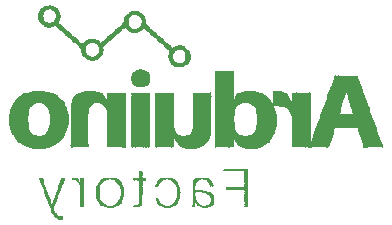
<source format=gbo>
G04*
G04 #@! TF.GenerationSoftware,Altium Limited,Altium Designer,24.2.2 (26)*
G04*
G04 Layer_Color=32896*
%FSLAX44Y44*%
%MOMM*%
G71*
G04*
G04 #@! TF.SameCoordinates,EC8B54CE-386E-4826-8866-03C4CD91BE24*
G04*
G04*
G04 #@! TF.FilePolarity,Positive*
G04*
G01*
G75*
G36*
X643809Y1238731D02*
X646777D01*
Y1237989D01*
X648261D01*
Y1237247D01*
X649003D01*
Y1236505D01*
X649745D01*
Y1235763D01*
X650487D01*
Y1235021D01*
X651229D01*
Y1233537D01*
X651971D01*
Y1231311D01*
X652713D01*
Y1228343D01*
X651971D01*
Y1226117D01*
X651229D01*
Y1223149D01*
X652713D01*
Y1222407D01*
X653455D01*
Y1221665D01*
X654197D01*
Y1220923D01*
X654939D01*
Y1220181D01*
X655681D01*
Y1219439D01*
X656423D01*
Y1218697D01*
X657165D01*
Y1217955D01*
X657907D01*
Y1217213D01*
X659391D01*
Y1216471D01*
X660133D01*
Y1215729D01*
X660875D01*
Y1214987D01*
X661617D01*
Y1214245D01*
X662359D01*
Y1213503D01*
X663101D01*
Y1212761D01*
X663843D01*
Y1212019D01*
X665327D01*
Y1211277D01*
X666069D01*
Y1210535D01*
X666811D01*
Y1209793D01*
X667553D01*
Y1209051D01*
X668295D01*
Y1208309D01*
X669037D01*
Y1207567D01*
X669779D01*
Y1206825D01*
X671263D01*
Y1207567D01*
X672005D01*
Y1208309D01*
X672747D01*
Y1209051D01*
X674231D01*
Y1209793D01*
X675715D01*
Y1210535D01*
X682393D01*
Y1209793D01*
X684619D01*
Y1209051D01*
X685361D01*
Y1208309D01*
X686103D01*
Y1207567D01*
X686845D01*
Y1208309D01*
X687587D01*
Y1209051D01*
X689071D01*
Y1209793D01*
X689813D01*
Y1210535D01*
X690555D01*
Y1211277D01*
X691297D01*
Y1212019D01*
X692039D01*
Y1212761D01*
X692781D01*
Y1213503D01*
X693523D01*
Y1214245D01*
X694265D01*
Y1214987D01*
X695749D01*
Y1215729D01*
X696491D01*
Y1216471D01*
X697233D01*
Y1217213D01*
X697975D01*
Y1217955D01*
X698717D01*
Y1218697D01*
X699459D01*
Y1219439D01*
X700201D01*
Y1220181D01*
X700943D01*
Y1220923D01*
X702427D01*
Y1221665D01*
X703169D01*
Y1222407D01*
X703911D01*
Y1223149D01*
X704653D01*
Y1223891D01*
X705395D01*
Y1224633D01*
X706137D01*
Y1229085D01*
X706879D01*
Y1229827D01*
X707621D01*
Y1231311D01*
X708363D01*
Y1232053D01*
X709847D01*
Y1232795D01*
X710589D01*
Y1233537D01*
X712073D01*
Y1234279D01*
X718751D01*
Y1233537D01*
X719492D01*
Y1232795D01*
X720976D01*
Y1232053D01*
X721719D01*
Y1231311D01*
X722460D01*
Y1230569D01*
X723203D01*
Y1229827D01*
X723944D01*
Y1227601D01*
X724686D01*
Y1223149D01*
X725428D01*
Y1222407D01*
X726170D01*
Y1221665D01*
X726912D01*
Y1220923D01*
X727654D01*
Y1220181D01*
X728396D01*
Y1219439D01*
X729138D01*
Y1218697D01*
X729880D01*
Y1217955D01*
X730622D01*
Y1217213D01*
X731364D01*
Y1216471D01*
X732848D01*
Y1215729D01*
X733590D01*
Y1214987D01*
X734332D01*
Y1214245D01*
X735074D01*
Y1213503D01*
X735816D01*
Y1212761D01*
X736558D01*
Y1212019D01*
X737300D01*
Y1211277D01*
X738784D01*
Y1210535D01*
X739526D01*
Y1209793D01*
X740268D01*
Y1209051D01*
X741010D01*
Y1208309D01*
X741752D01*
Y1207567D01*
X742494D01*
Y1206825D01*
X743236D01*
Y1206083D01*
X743978D01*
Y1205341D01*
X745462D01*
Y1204599D01*
X746204D01*
Y1203857D01*
X746946D01*
Y1203115D01*
X747688D01*
Y1203857D01*
X749172D01*
Y1204599D01*
X751398D01*
Y1205341D01*
X755108D01*
Y1204599D01*
X757334D01*
Y1203857D01*
X758076D01*
Y1203115D01*
X758818D01*
Y1202373D01*
X759560D01*
Y1201631D01*
X760302D01*
Y1200889D01*
X761044D01*
Y1200147D01*
X761786D01*
Y1197921D01*
X762528D01*
Y1192727D01*
X761786D01*
Y1191243D01*
X761044D01*
Y1189759D01*
X760302D01*
Y1189017D01*
X759560D01*
Y1188275D01*
X758076D01*
Y1187533D01*
X756592D01*
Y1186791D01*
X748430D01*
Y1187533D01*
X747688D01*
Y1188275D01*
X746204D01*
Y1189759D01*
X745462D01*
Y1190501D01*
X744720D01*
Y1191985D01*
X743978D01*
Y1194211D01*
X743236D01*
Y1197179D01*
X743978D01*
Y1200889D01*
X743236D01*
Y1201631D01*
X742494D01*
Y1202373D01*
X741752D01*
Y1203115D01*
X741010D01*
Y1203857D01*
X740268D01*
Y1204599D01*
X739526D01*
Y1205341D01*
X738784D01*
Y1206083D01*
X737300D01*
Y1206825D01*
X736558D01*
Y1207567D01*
X735816D01*
Y1208309D01*
X735074D01*
Y1209051D01*
X734332D01*
Y1209793D01*
X733590D01*
Y1210535D01*
X732848D01*
Y1211277D01*
X731364D01*
Y1212019D01*
X730622D01*
Y1212761D01*
X729880D01*
Y1213503D01*
X729138D01*
Y1214245D01*
X728396D01*
Y1214987D01*
X727654D01*
Y1215729D01*
X726912D01*
Y1216471D01*
X725428D01*
Y1217213D01*
X724686D01*
Y1217955D01*
X723944D01*
Y1218697D01*
X723203D01*
Y1219439D01*
X722460D01*
Y1218697D01*
X721719D01*
Y1217955D01*
X720976D01*
Y1217213D01*
X719492D01*
Y1216471D01*
X718008D01*
Y1215729D01*
X712073D01*
Y1216471D01*
X710589D01*
Y1217213D01*
X709105D01*
Y1217955D01*
X708363D01*
Y1218697D01*
X707621D01*
Y1220181D01*
X706879D01*
Y1219439D01*
X705395D01*
Y1218697D01*
X704653D01*
Y1217955D01*
X703911D01*
Y1217213D01*
X703169D01*
Y1216471D01*
X702427D01*
Y1215729D01*
X701685D01*
Y1214987D01*
X700201D01*
Y1214245D01*
X699459D01*
Y1213503D01*
X698717D01*
Y1212761D01*
X697975D01*
Y1212019D01*
X697233D01*
Y1211277D01*
X696491D01*
Y1210535D01*
X695749D01*
Y1209793D01*
X695007D01*
Y1209051D01*
X693523D01*
Y1208309D01*
X692781D01*
Y1207567D01*
X692039D01*
Y1206825D01*
X691297D01*
Y1206083D01*
X690555D01*
Y1205341D01*
X689813D01*
Y1204599D01*
X689071D01*
Y1203857D01*
X688329D01*
Y1202373D01*
X689071D01*
Y1200147D01*
X688329D01*
Y1197179D01*
X687587D01*
Y1196437D01*
X686845D01*
Y1194953D01*
X686103D01*
Y1194211D01*
X684619D01*
Y1193469D01*
X683877D01*
Y1192727D01*
X681651D01*
Y1191985D01*
X677199D01*
Y1192727D01*
X674973D01*
Y1193469D01*
X673489D01*
Y1194211D01*
X672747D01*
Y1194953D01*
X672005D01*
Y1195695D01*
X671263D01*
Y1196437D01*
X670521D01*
Y1198663D01*
X669779D01*
Y1202373D01*
X669037D01*
Y1203115D01*
X668295D01*
Y1203857D01*
X667553D01*
Y1204599D01*
X666811D01*
Y1205341D01*
X666069D01*
Y1206083D01*
X665327D01*
Y1206825D01*
X663843D01*
Y1207567D01*
X663101D01*
Y1208309D01*
X662359D01*
Y1209051D01*
X661617D01*
Y1209793D01*
X660875D01*
Y1210535D01*
X660133D01*
Y1211277D01*
X658649D01*
Y1212019D01*
X657907D01*
Y1212761D01*
X657165D01*
Y1213503D01*
X656423D01*
Y1214245D01*
X655681D01*
Y1214987D01*
X654939D01*
Y1215729D01*
X654197D01*
Y1216471D01*
X653455D01*
Y1217213D01*
X651971D01*
Y1217955D01*
X651229D01*
Y1218697D01*
X650487D01*
Y1219439D01*
X649745D01*
Y1220181D01*
X649003D01*
Y1220923D01*
X648261D01*
Y1221665D01*
X646777D01*
Y1220923D01*
X644551D01*
Y1220181D01*
X640841D01*
Y1220923D01*
X638615D01*
Y1221665D01*
X637873D01*
Y1222407D01*
X636390D01*
Y1223149D01*
X635648D01*
Y1223891D01*
X634906D01*
Y1225375D01*
X634164D01*
Y1226859D01*
X633422D01*
Y1232795D01*
X634164D01*
Y1234279D01*
X634906D01*
Y1235763D01*
X635648D01*
Y1236505D01*
X636390D01*
Y1237247D01*
X637132D01*
Y1237989D01*
X638615D01*
Y1238731D01*
X642325D01*
Y1239473D01*
X643809D01*
Y1238731D01*
D02*
G37*
G36*
X720976Y1184565D02*
X723944D01*
Y1183823D01*
X725428D01*
Y1183081D01*
X726170D01*
Y1182339D01*
X726912D01*
Y1180855D01*
X727654D01*
Y1179371D01*
X728396D01*
Y1174920D01*
X727654D01*
Y1173436D01*
X726912D01*
Y1171952D01*
X726170D01*
Y1171209D01*
X724686D01*
Y1170468D01*
X723944D01*
Y1169726D01*
X716525D01*
Y1170468D01*
X715041D01*
Y1171209D01*
X714299D01*
Y1171952D01*
X713557D01*
Y1172693D01*
X712815D01*
Y1174920D01*
X712073D01*
Y1179371D01*
X712815D01*
Y1181597D01*
X713557D01*
Y1182339D01*
X714299D01*
Y1183081D01*
X715041D01*
Y1183823D01*
X716525D01*
Y1184565D01*
X718751D01*
Y1185307D01*
X720976D01*
Y1184565D01*
D02*
G37*
G36*
X779594Y1162306D02*
X780336D01*
Y1161564D01*
X779594D01*
Y1128174D01*
X778852D01*
Y1125948D01*
X778110D01*
Y1124464D01*
X777368D01*
Y1123722D01*
X776626D01*
Y1122980D01*
X775884D01*
Y1122238D01*
X775142D01*
Y1121496D01*
X774400D01*
Y1120754D01*
X773658D01*
Y1120012D01*
X772174D01*
Y1119270D01*
X769948D01*
Y1118528D01*
X767722D01*
Y1117786D01*
X758076D01*
Y1118528D01*
X755108D01*
Y1119270D01*
X753624D01*
Y1120012D01*
X752882D01*
Y1120754D01*
X752140D01*
Y1121496D01*
X751398D01*
Y1122238D01*
X750656D01*
Y1123722D01*
X749914D01*
Y1124464D01*
X749172D01*
Y1125948D01*
X748430D01*
Y1119270D01*
X746946D01*
Y1118528D01*
X746204D01*
Y1119270D01*
X733590D01*
Y1118528D01*
X732848D01*
Y1119270D01*
X732106D01*
Y1165274D01*
X748430D01*
Y1134852D01*
X749172D01*
Y1132626D01*
X749914D01*
Y1131142D01*
X750656D01*
Y1130400D01*
X751398D01*
Y1129658D01*
X752140D01*
Y1128916D01*
X754366D01*
Y1128174D01*
X758818D01*
Y1128916D01*
X760302D01*
Y1129658D01*
X761786D01*
Y1130400D01*
X762528D01*
Y1131884D01*
X763270D01*
Y1134110D01*
X764012D01*
Y1165274D01*
X778852D01*
Y1166016D01*
X779594D01*
Y1162306D01*
D02*
G37*
G36*
X798886Y1160080D02*
X799628D01*
Y1160822D01*
X800369D01*
Y1162306D01*
X801112D01*
Y1163790D01*
X801853D01*
Y1164532D01*
X802596D01*
Y1165274D01*
X804821D01*
Y1166016D01*
X807790D01*
Y1166758D01*
X817435D01*
Y1166016D01*
X820403D01*
Y1165274D01*
X822629D01*
Y1164532D01*
X824113D01*
Y1163790D01*
X824855D01*
Y1163048D01*
X826339D01*
Y1162306D01*
X827081D01*
Y1161564D01*
X827823D01*
Y1160822D01*
X828565D01*
Y1160080D01*
X829307D01*
Y1159338D01*
X830049D01*
Y1158596D01*
X830791D01*
Y1157112D01*
X831533D01*
Y1156370D01*
X832275D01*
Y1166758D01*
X839695D01*
Y1166016D01*
X841179D01*
Y1165274D01*
X842663D01*
Y1164532D01*
X844147D01*
Y1163790D01*
X844889D01*
Y1162306D01*
X845631D01*
Y1160822D01*
X846373D01*
Y1159338D01*
X847115D01*
Y1157854D01*
X847857D01*
Y1157112D01*
X848599D01*
Y1165274D01*
X851567D01*
Y1166016D01*
X852309D01*
Y1165274D01*
X862697D01*
Y1166016D01*
X863439D01*
Y1165274D01*
X864181D01*
Y1124464D01*
X864923D01*
Y1126690D01*
X865665D01*
Y1128916D01*
X866407D01*
Y1130400D01*
X867149D01*
Y1132626D01*
X867891D01*
Y1134852D01*
X868633D01*
Y1137078D01*
X869375D01*
Y1139304D01*
X870117D01*
Y1141530D01*
X870859D01*
Y1143014D01*
X871601D01*
Y1145240D01*
X872343D01*
Y1146724D01*
X873085D01*
Y1148950D01*
X873827D01*
Y1151176D01*
X874569D01*
Y1153402D01*
X875311D01*
Y1154886D01*
X876053D01*
Y1157112D01*
X876795D01*
Y1159338D01*
X877537D01*
Y1161564D01*
X878279D01*
Y1163790D01*
X879021D01*
Y1166016D01*
X879763D01*
Y1167500D01*
X880505D01*
Y1169726D01*
X881247D01*
Y1171209D01*
X881989D01*
Y1173436D01*
X882731D01*
Y1175661D01*
X883473D01*
Y1177887D01*
X884215D01*
Y1179371D01*
X884957D01*
Y1180113D01*
X885698D01*
Y1179371D01*
X887182D01*
Y1180113D01*
X887924D01*
Y1179371D01*
X904248D01*
Y1177145D01*
X904990D01*
Y1174920D01*
X905732D01*
Y1172693D01*
X906474D01*
Y1170468D01*
X907216D01*
Y1168242D01*
X907958D01*
Y1166758D01*
X908700D01*
Y1164532D01*
X909442D01*
Y1163048D01*
X910184D01*
Y1160822D01*
X910926D01*
Y1158596D01*
X911668D01*
Y1156370D01*
X912410D01*
Y1154144D01*
X913152D01*
Y1152660D01*
X913894D01*
Y1149692D01*
X914636D01*
Y1148208D01*
X915378D01*
Y1145982D01*
X916120D01*
Y1143756D01*
X916862D01*
Y1142272D01*
X917604D01*
Y1140046D01*
X918346D01*
Y1137820D01*
X919088D01*
Y1136336D01*
X919830D01*
Y1134110D01*
X920572D01*
Y1131884D01*
X921314D01*
Y1129658D01*
X922056D01*
Y1127432D01*
X922798D01*
Y1125206D01*
X923540D01*
Y1123722D01*
X924282D01*
Y1121496D01*
X925024D01*
Y1118528D01*
X924282D01*
Y1119270D01*
X912410D01*
Y1118528D01*
X908700D01*
Y1120012D01*
X907958D01*
Y1122238D01*
X907216D01*
Y1125206D01*
X906474D01*
Y1127432D01*
X905732D01*
Y1129658D01*
X904990D01*
Y1131884D01*
X904248D01*
Y1134852D01*
X884957D01*
Y1134110D01*
X884215D01*
Y1131884D01*
X883473D01*
Y1129658D01*
X882731D01*
Y1126690D01*
X881989D01*
Y1124464D01*
X881247D01*
Y1122238D01*
X880505D01*
Y1120012D01*
X879763D01*
Y1119270D01*
X879021D01*
Y1118528D01*
X876795D01*
Y1119270D01*
X864923D01*
Y1118528D01*
X861955D01*
Y1119270D01*
X859729D01*
Y1118528D01*
X858987D01*
Y1119270D01*
X848599D01*
Y1140788D01*
X847857D01*
Y1145240D01*
X847115D01*
Y1147466D01*
X846373D01*
Y1148950D01*
X845631D01*
Y1150434D01*
X844889D01*
Y1151176D01*
X844147D01*
Y1151918D01*
X842663D01*
Y1152660D01*
X841179D01*
Y1153402D01*
X837469D01*
Y1154144D01*
X833017D01*
Y1151918D01*
X833759D01*
Y1149692D01*
X834501D01*
Y1146724D01*
X835243D01*
Y1136336D01*
X834501D01*
Y1133368D01*
X833759D01*
Y1130400D01*
X833017D01*
Y1128916D01*
X832275D01*
Y1127432D01*
X831533D01*
Y1125948D01*
X830791D01*
Y1125206D01*
X830049D01*
Y1123722D01*
X829307D01*
Y1122980D01*
X828565D01*
Y1122238D01*
X827081D01*
Y1121496D01*
X826339D01*
Y1120754D01*
X824855D01*
Y1120012D01*
X823371D01*
Y1119270D01*
X821887D01*
Y1118528D01*
X819661D01*
Y1117786D01*
X808531D01*
Y1118528D01*
X806305D01*
Y1119270D01*
X804080D01*
Y1120012D01*
X802596D01*
Y1120754D01*
X801853D01*
Y1122238D01*
X801112D01*
Y1123722D01*
X800369D01*
Y1124464D01*
X799628D01*
Y1125206D01*
X798886D01*
Y1119270D01*
X795918D01*
Y1118528D01*
X793692D01*
Y1119270D01*
X784046D01*
Y1118528D01*
X783304D01*
Y1183823D01*
X798886D01*
Y1160080D01*
D02*
G37*
G36*
X727654Y1163790D02*
X728396D01*
Y1163048D01*
X727654D01*
Y1129658D01*
Y1128916D01*
Y1119270D01*
X726912D01*
Y1118528D01*
X726170D01*
Y1119270D01*
X725428D01*
Y1118528D01*
X723944D01*
Y1119270D01*
X723203D01*
Y1118528D01*
X722460D01*
Y1119270D01*
X716525D01*
Y1118528D01*
X715041D01*
Y1119270D01*
X713557D01*
Y1118528D01*
X712815D01*
Y1119270D01*
X712073D01*
Y1162306D01*
X712815D01*
Y1163048D01*
X712073D01*
Y1165274D01*
X727654D01*
Y1163790D01*
D02*
G37*
G36*
X682393Y1166016D02*
X685361D01*
Y1165274D01*
X686845D01*
Y1164532D01*
X688329D01*
Y1163048D01*
X689071D01*
Y1162306D01*
X689813D01*
Y1160822D01*
X690555D01*
Y1160080D01*
X691297D01*
Y1159338D01*
X692039D01*
Y1165274D01*
X707621D01*
Y1118528D01*
X704653D01*
Y1119270D01*
X692039D01*
Y1147466D01*
X691297D01*
Y1150434D01*
X690555D01*
Y1151918D01*
X689813D01*
Y1153402D01*
X689071D01*
Y1154144D01*
X688329D01*
Y1154886D01*
X687587D01*
Y1155628D01*
X686103D01*
Y1156370D01*
X680909D01*
Y1155628D01*
X679425D01*
Y1154886D01*
X678683D01*
Y1154144D01*
X677941D01*
Y1153402D01*
X677199D01*
Y1151918D01*
X676457D01*
Y1147466D01*
X675715D01*
Y1121496D01*
X676457D01*
Y1119270D01*
X663101D01*
Y1118528D01*
X662359D01*
Y1119270D01*
X661617D01*
Y1118528D01*
X660875D01*
Y1120012D01*
X660133D01*
Y1120754D01*
X660875D01*
Y1156370D01*
X661617D01*
Y1158596D01*
X662359D01*
Y1160080D01*
X663101D01*
Y1161564D01*
X663843D01*
Y1162306D01*
X664585D01*
Y1163048D01*
X665327D01*
Y1163790D01*
X666811D01*
Y1164532D01*
X667553D01*
Y1165274D01*
X669779D01*
Y1166016D01*
X672005D01*
Y1166758D01*
X682393D01*
Y1166016D01*
D02*
G37*
G36*
X639357D02*
X643067D01*
Y1165274D01*
X645293D01*
Y1164532D01*
X646777D01*
Y1163790D01*
X648261D01*
Y1163048D01*
X649745D01*
Y1162306D01*
X650487D01*
Y1161564D01*
X651229D01*
Y1160822D01*
X651971D01*
Y1160080D01*
X652713D01*
Y1159338D01*
X653455D01*
Y1158596D01*
X654197D01*
Y1157854D01*
X654939D01*
Y1157112D01*
X655681D01*
Y1155628D01*
X656423D01*
Y1154144D01*
X657165D01*
Y1152660D01*
X657907D01*
Y1149692D01*
X658649D01*
Y1146724D01*
X659391D01*
Y1137820D01*
X658649D01*
Y1134852D01*
X657907D01*
Y1132626D01*
X657165D01*
Y1131142D01*
X656423D01*
Y1128916D01*
X655681D01*
Y1128174D01*
X654939D01*
Y1126690D01*
X654197D01*
Y1125948D01*
X653455D01*
Y1125206D01*
X652713D01*
Y1124464D01*
X651971D01*
Y1123722D01*
X651229D01*
Y1122980D01*
X650487D01*
Y1122238D01*
X649003D01*
Y1121496D01*
X648261D01*
Y1120754D01*
X646777D01*
Y1120012D01*
X645293D01*
Y1119270D01*
X643067D01*
Y1118528D01*
X640099D01*
Y1117786D01*
X628228D01*
Y1118528D01*
X625260D01*
Y1119270D01*
X623034D01*
Y1120012D01*
X621550D01*
Y1120754D01*
X620066D01*
Y1121496D01*
X618582D01*
Y1122238D01*
X617840D01*
Y1122980D01*
X616356D01*
Y1123722D01*
X615614D01*
Y1125206D01*
X614872D01*
Y1125948D01*
X614130D01*
Y1126690D01*
X613388D01*
Y1127432D01*
X612646D01*
Y1128916D01*
X611904D01*
Y1129658D01*
X611162D01*
Y1131142D01*
X610420D01*
Y1133368D01*
X609678D01*
Y1137078D01*
X608936D01*
Y1147466D01*
X609678D01*
Y1151176D01*
X610420D01*
Y1153402D01*
X611162D01*
Y1154886D01*
X611904D01*
Y1156370D01*
X612646D01*
Y1157112D01*
X613388D01*
Y1157854D01*
X614130D01*
Y1159338D01*
X614872D01*
Y1160080D01*
X615614D01*
Y1160822D01*
X616356D01*
Y1161564D01*
X617098D01*
Y1162306D01*
X618582D01*
Y1163048D01*
X619324D01*
Y1163790D01*
X620808D01*
Y1164532D01*
X622292D01*
Y1165274D01*
X625260D01*
Y1166016D01*
X628228D01*
Y1166758D01*
X639357D01*
Y1166016D01*
D02*
G37*
G36*
X672005Y1092559D02*
Y1068073D01*
X669037D01*
Y1086622D01*
X668295D01*
Y1088107D01*
X667553D01*
Y1088848D01*
X666811D01*
Y1089591D01*
X666069D01*
Y1090332D01*
X665327D01*
Y1091075D01*
X661617D01*
Y1093300D01*
X666069D01*
Y1092559D01*
X666811D01*
Y1091816D01*
X667553D01*
Y1091075D01*
X668295D01*
Y1089591D01*
X669037D01*
Y1092559D01*
X671263D01*
Y1093300D01*
X672005D01*
Y1092559D01*
D02*
G37*
G36*
X776626D02*
X778110D01*
Y1091816D01*
X778852D01*
Y1091075D01*
X779594D01*
Y1090332D01*
X780336D01*
Y1088848D01*
X781078D01*
Y1086622D01*
X781820D01*
Y1085881D01*
X781078D01*
Y1085139D01*
X780336D01*
Y1085881D01*
X779594D01*
Y1085139D01*
X778852D01*
Y1087365D01*
X778110D01*
Y1088848D01*
X777368D01*
Y1089591D01*
X776626D01*
Y1090332D01*
X775884D01*
Y1091075D01*
X772916D01*
Y1091816D01*
X771432D01*
Y1091075D01*
X769206D01*
Y1090332D01*
X768464D01*
Y1089591D01*
X767722D01*
Y1088848D01*
X766980D01*
Y1085881D01*
X766238D01*
Y1082913D01*
X772916D01*
Y1082171D01*
X776626D01*
Y1081429D01*
X778110D01*
Y1080687D01*
X779594D01*
Y1079945D01*
X780336D01*
Y1079203D01*
X781078D01*
Y1078461D01*
X781820D01*
Y1076977D01*
X782562D01*
Y1071783D01*
X781820D01*
Y1070299D01*
X781078D01*
Y1069557D01*
X780336D01*
Y1068815D01*
X779594D01*
Y1068073D01*
X777368D01*
Y1067331D01*
X772174D01*
Y1068073D01*
X769948D01*
Y1068815D01*
X769206D01*
Y1069557D01*
X767722D01*
Y1071041D01*
X766980D01*
Y1071783D01*
X766238D01*
Y1068073D01*
X763270D01*
Y1070299D01*
X764012D01*
Y1089591D01*
X764754D01*
Y1091075D01*
X765496D01*
Y1091816D01*
X766238D01*
Y1092559D01*
X768464D01*
Y1093300D01*
X776626D01*
Y1092559D01*
D02*
G37*
G36*
X655681Y1090332D02*
X654939D01*
Y1088107D01*
X654197D01*
Y1086622D01*
X653455D01*
Y1084397D01*
X652713D01*
Y1082171D01*
X651971D01*
Y1079945D01*
X651229D01*
Y1078461D01*
X650487D01*
Y1076235D01*
X649745D01*
Y1074751D01*
X649003D01*
Y1072525D01*
X648261D01*
Y1071041D01*
X647519D01*
Y1068815D01*
X646777D01*
Y1065105D01*
X647519D01*
Y1063621D01*
X648261D01*
Y1062879D01*
X649003D01*
Y1061395D01*
X650487D01*
Y1060653D01*
X654197D01*
Y1057685D01*
X650487D01*
Y1058427D01*
X649003D01*
Y1059169D01*
X647519D01*
Y1059911D01*
X646777D01*
Y1061395D01*
X646035D01*
Y1062137D01*
X645293D01*
Y1063621D01*
X644551D01*
Y1065847D01*
X643809D01*
Y1067331D01*
X643067D01*
Y1069557D01*
X642325D01*
Y1071041D01*
X641583D01*
Y1071783D01*
Y1073267D01*
X640841D01*
Y1074751D01*
X640099D01*
Y1076977D01*
X639357D01*
Y1079203D01*
X638615D01*
Y1081429D01*
X637873D01*
Y1083655D01*
X637132D01*
Y1085139D01*
X636390D01*
Y1086622D01*
X635648D01*
Y1088848D01*
X634906D01*
Y1091075D01*
X634164D01*
Y1093300D01*
X634906D01*
Y1092559D01*
X635648D01*
Y1093300D01*
X636390D01*
Y1092559D01*
X637132D01*
Y1091816D01*
X637873D01*
Y1089591D01*
X638615D01*
Y1087365D01*
X639357D01*
Y1085139D01*
X640099D01*
Y1082913D01*
X640841D01*
Y1080687D01*
X641583D01*
Y1078461D01*
X642325D01*
Y1076977D01*
X643067D01*
Y1074751D01*
X643809D01*
Y1072525D01*
X644551D01*
Y1071041D01*
X645293D01*
Y1071783D01*
X646035D01*
Y1074009D01*
X646777D01*
Y1076235D01*
X647519D01*
Y1078461D01*
X648261D01*
Y1080687D01*
X649003D01*
Y1082913D01*
X649745D01*
Y1085139D01*
X650487D01*
Y1086622D01*
X651229D01*
Y1088848D01*
X651971D01*
Y1091075D01*
X652713D01*
Y1092559D01*
X654939D01*
Y1093300D01*
X655681D01*
Y1090332D01*
D02*
G37*
G36*
X746204Y1092559D02*
X747688D01*
Y1091816D01*
X749172D01*
Y1091075D01*
X749914D01*
Y1090332D01*
X750656D01*
Y1089591D01*
X751398D01*
Y1088848D01*
X752140D01*
Y1087365D01*
X752882D01*
Y1085139D01*
X753624D01*
Y1081429D01*
X754366D01*
Y1079945D01*
X753624D01*
Y1074751D01*
X752882D01*
Y1073267D01*
X752140D01*
Y1071783D01*
X751398D01*
Y1071041D01*
X750656D01*
Y1070299D01*
X749914D01*
Y1069557D01*
X749172D01*
Y1068815D01*
X747688D01*
Y1068073D01*
X745462D01*
Y1067331D01*
X740268D01*
Y1068073D01*
X738042D01*
Y1068815D01*
X736558D01*
Y1069557D01*
X735816D01*
Y1070299D01*
X735074D01*
Y1071041D01*
X734332D01*
Y1071783D01*
X733590D01*
Y1073267D01*
X732848D01*
Y1076235D01*
X735074D01*
Y1075493D01*
X735816D01*
Y1073267D01*
X736558D01*
Y1071783D01*
X737300D01*
Y1071041D01*
X738784D01*
Y1070299D01*
X741010D01*
Y1069557D01*
X744720D01*
Y1070299D01*
X746946D01*
Y1071041D01*
X747688D01*
Y1071783D01*
X748430D01*
Y1072525D01*
X749172D01*
Y1074009D01*
X749914D01*
Y1076235D01*
X750656D01*
Y1081429D01*
Y1082171D01*
Y1085139D01*
X749914D01*
Y1087365D01*
X749172D01*
Y1088107D01*
X748430D01*
Y1088848D01*
X747688D01*
Y1089591D01*
X746946D01*
Y1090332D01*
X745462D01*
Y1091075D01*
X743236D01*
Y1091816D01*
X741752D01*
Y1091075D01*
X738784D01*
Y1090332D01*
X738042D01*
Y1089591D01*
X737300D01*
Y1088848D01*
X736558D01*
Y1088107D01*
X735816D01*
Y1085881D01*
X735074D01*
Y1085139D01*
X732106D01*
Y1086622D01*
X732848D01*
Y1088107D01*
X733590D01*
Y1089591D01*
X734332D01*
Y1090332D01*
X735074D01*
Y1091075D01*
X735816D01*
Y1091816D01*
X736558D01*
Y1092559D01*
X738784D01*
Y1093300D01*
X746204D01*
Y1092559D01*
D02*
G37*
G36*
X810757Y1068073D02*
X807790D01*
Y1069557D01*
X808531D01*
Y1070299D01*
X807790D01*
Y1071041D01*
X808531D01*
Y1072525D01*
X807790D01*
Y1079203D01*
X808531D01*
Y1079945D01*
X807790D01*
Y1081429D01*
X808531D01*
Y1082171D01*
X807790D01*
Y1082913D01*
X792208D01*
Y1085139D01*
X807790D01*
Y1088107D01*
X808531D01*
Y1088848D01*
X807790D01*
Y1098494D01*
X789982D01*
Y1099978D01*
X790724D01*
Y1100720D01*
X810757D01*
Y1068073D01*
D02*
G37*
G36*
X720976Y1097752D02*
X721719D01*
Y1094784D01*
X720976D01*
Y1094043D01*
X721719D01*
Y1092559D01*
X724686D01*
Y1090332D01*
X721719D01*
Y1085881D01*
X720976D01*
Y1085139D01*
X721719D01*
Y1078461D01*
X720976D01*
Y1068815D01*
X719492D01*
Y1068073D01*
X713557D01*
Y1069557D01*
X714299D01*
Y1070299D01*
X718008D01*
Y1071041D01*
X718751D01*
Y1090332D01*
X717266D01*
Y1091075D01*
X716525D01*
Y1090332D01*
X715782D01*
Y1091075D01*
X715041D01*
Y1090332D01*
X714299D01*
Y1091075D01*
X713557D01*
Y1092559D01*
X718751D01*
Y1096268D01*
Y1097010D01*
Y1098494D01*
X720976D01*
Y1097752D01*
D02*
G37*
G36*
X698717Y1092559D02*
X700201D01*
Y1091816D01*
X701685D01*
Y1091075D01*
X702427D01*
Y1090332D01*
X703169D01*
Y1089591D01*
X703911D01*
Y1088107D01*
X704653D01*
Y1086622D01*
X705395D01*
Y1085139D01*
X706137D01*
Y1076977D01*
X705395D01*
Y1074751D01*
Y1074009D01*
X704653D01*
Y1072525D01*
X703911D01*
Y1071041D01*
X702427D01*
Y1070299D01*
X701685D01*
Y1069557D01*
X700943D01*
Y1068815D01*
X699459D01*
Y1068073D01*
X697233D01*
Y1067331D01*
X691297D01*
Y1068073D01*
X689071D01*
Y1068815D01*
X687587D01*
Y1069557D01*
X686103D01*
Y1070299D01*
X685361D01*
Y1071041D01*
X684619D01*
Y1072525D01*
X683877D01*
Y1073267D01*
X683135D01*
Y1075493D01*
X682393D01*
Y1085881D01*
X683135D01*
Y1087365D01*
X683877D01*
Y1088848D01*
X684619D01*
Y1089591D01*
X685361D01*
Y1090332D01*
X686103D01*
Y1091075D01*
X686845D01*
Y1091816D01*
X688329D01*
Y1092559D01*
X689813D01*
Y1093300D01*
X698717D01*
Y1092559D01*
D02*
G37*
%LPC*%
G36*
X643809Y1235763D02*
X642325D01*
Y1235021D01*
X640099D01*
Y1234279D01*
X639357D01*
Y1233537D01*
X638615D01*
Y1232795D01*
X637873D01*
Y1231311D01*
X637132D01*
Y1229085D01*
X637873D01*
Y1226859D01*
X638615D01*
Y1226117D01*
X639357D01*
Y1225375D01*
X640099D01*
Y1224633D01*
X641583D01*
Y1223891D01*
X643809D01*
Y1224633D01*
X645293D01*
Y1225375D01*
X646777D01*
Y1226859D01*
X647519D01*
Y1228343D01*
X648261D01*
Y1232053D01*
X647519D01*
Y1233537D01*
X646777D01*
Y1234279D01*
X645293D01*
Y1235021D01*
X643809D01*
Y1235763D01*
D02*
G37*
G36*
X717266Y1230569D02*
X712815D01*
Y1229827D01*
X712073D01*
Y1229085D01*
X711331D01*
Y1228343D01*
X710589D01*
Y1226859D01*
X709847D01*
Y1223149D01*
X710589D01*
Y1221665D01*
X711331D01*
Y1220923D01*
X712073D01*
Y1220181D01*
X712815D01*
Y1219439D01*
X717266D01*
Y1220181D01*
X718751D01*
Y1220923D01*
X719492D01*
Y1221665D01*
X720235D01*
Y1223891D01*
X720976D01*
Y1226859D01*
X720235D01*
Y1228343D01*
X719492D01*
Y1229085D01*
X718751D01*
Y1229827D01*
X717266D01*
Y1230569D01*
D02*
G37*
G36*
X681651Y1206825D02*
X677199D01*
Y1206083D01*
X675715D01*
Y1205341D01*
X674973D01*
Y1204599D01*
X674231D01*
Y1201631D01*
X673489D01*
Y1200889D01*
X674231D01*
Y1198663D01*
X674973D01*
Y1197179D01*
X676457D01*
Y1196437D01*
X677941D01*
Y1195695D01*
X680909D01*
Y1196437D01*
X682393D01*
Y1197179D01*
X683135D01*
Y1197921D01*
X683877D01*
Y1198663D01*
X684619D01*
Y1203857D01*
X683877D01*
Y1205341D01*
X683135D01*
Y1206083D01*
X681651D01*
Y1206825D01*
D02*
G37*
G36*
X755850Y1200889D02*
X750656D01*
Y1200147D01*
X749172D01*
Y1198663D01*
X748430D01*
Y1197921D01*
X747688D01*
Y1193469D01*
X748430D01*
Y1191985D01*
X749172D01*
Y1191243D01*
X750656D01*
Y1190501D01*
X755850D01*
Y1191243D01*
X756592D01*
Y1191985D01*
X757334D01*
Y1192727D01*
X758076D01*
Y1198663D01*
X757334D01*
Y1199405D01*
X756592D01*
Y1200147D01*
X755850D01*
Y1200889D01*
D02*
G37*
G36*
X894603Y1165274D02*
X893860D01*
Y1163048D01*
X893119D01*
Y1160822D01*
X892376D01*
Y1158596D01*
X891635D01*
Y1156370D01*
X890892D01*
Y1153402D01*
X890151D01*
Y1151176D01*
X889408D01*
Y1148208D01*
X888667D01*
Y1146724D01*
X899796D01*
Y1148208D01*
X899054D01*
Y1151176D01*
X898312D01*
Y1153402D01*
X897570D01*
Y1156370D01*
X896828D01*
Y1158596D01*
X896086D01*
Y1160822D01*
X895344D01*
Y1163048D01*
X894603D01*
Y1165274D01*
D02*
G37*
G36*
X812241Y1156370D02*
X805564D01*
Y1155628D01*
X804080D01*
Y1154886D01*
X802596D01*
Y1154144D01*
X801853D01*
Y1152660D01*
X801112D01*
Y1151176D01*
X800369D01*
Y1149692D01*
X799628D01*
Y1145240D01*
X798886D01*
Y1140046D01*
X799628D01*
Y1135594D01*
X800369D01*
Y1133368D01*
X801112D01*
Y1131884D01*
X801853D01*
Y1131142D01*
X802596D01*
Y1130400D01*
X803337D01*
Y1129658D01*
X804821D01*
Y1128916D01*
X807048D01*
Y1128174D01*
X810757D01*
Y1128916D01*
X812983D01*
Y1129658D01*
X814467D01*
Y1130400D01*
X815209D01*
Y1131142D01*
X815951D01*
Y1131884D01*
X816693D01*
Y1133368D01*
X817435D01*
Y1134852D01*
X818177D01*
Y1137820D01*
X818919D01*
Y1147466D01*
X818177D01*
Y1149692D01*
X817435D01*
Y1151918D01*
X816693D01*
Y1152660D01*
X815951D01*
Y1153402D01*
Y1154144D01*
X814467D01*
Y1154886D01*
X813725D01*
Y1155628D01*
X812241D01*
Y1156370D01*
D02*
G37*
G36*
X636390D02*
X631195D01*
Y1155628D01*
X629712D01*
Y1154886D01*
X628970D01*
Y1154144D01*
X628228D01*
Y1153402D01*
X627486D01*
Y1152660D01*
X626744D01*
Y1151176D01*
X626002D01*
Y1148950D01*
X625260D01*
Y1145240D01*
X624518D01*
Y1140046D01*
X625260D01*
Y1135594D01*
X626002D01*
Y1133368D01*
X626744D01*
Y1131884D01*
X627486D01*
Y1131142D01*
X628228D01*
Y1130400D01*
X628970D01*
Y1129658D01*
X629712D01*
Y1128916D01*
X631937D01*
Y1128174D01*
X636390D01*
Y1128916D01*
X637873D01*
Y1129658D01*
X639357D01*
Y1130400D01*
X640099D01*
Y1131884D01*
X640841D01*
Y1132626D01*
X641583D01*
Y1134852D01*
X642325D01*
Y1137820D01*
X643067D01*
Y1146724D01*
X642325D01*
Y1150434D01*
X641583D01*
Y1151918D01*
X640841D01*
Y1153402D01*
X640099D01*
Y1154144D01*
X639357D01*
Y1154886D01*
X638615D01*
Y1155628D01*
X636390D01*
Y1156370D01*
D02*
G37*
G36*
X772174Y1080687D02*
X766980D01*
Y1079945D01*
X766238D01*
Y1077719D01*
X766980D01*
Y1074009D01*
X767722D01*
Y1072525D01*
X768464D01*
Y1071783D01*
X769206D01*
Y1071041D01*
X769948D01*
Y1070299D01*
X772174D01*
Y1069557D01*
X775142D01*
Y1070299D01*
X778110D01*
Y1071041D01*
X778852D01*
Y1072525D01*
X779594D01*
Y1074751D01*
Y1075493D01*
Y1076235D01*
X778852D01*
Y1077719D01*
X778110D01*
Y1078461D01*
X776626D01*
Y1079203D01*
X775142D01*
Y1079945D01*
X772174D01*
Y1080687D01*
D02*
G37*
G36*
X695007Y1091816D02*
X693523D01*
Y1091075D01*
X690555D01*
Y1090332D01*
X689071D01*
Y1089591D01*
X688329D01*
Y1088848D01*
X687587D01*
Y1088107D01*
X686845D01*
Y1086622D01*
X686103D01*
Y1085139D01*
X685361D01*
Y1076235D01*
X686103D01*
Y1074009D01*
X686845D01*
Y1073267D01*
X687587D01*
Y1072525D01*
X688329D01*
Y1071783D01*
X689071D01*
Y1071041D01*
X690555D01*
Y1070299D01*
X692039D01*
Y1069557D01*
X696491D01*
Y1070299D01*
X697975D01*
Y1071041D01*
X699459D01*
Y1071783D01*
X700201D01*
Y1072525D01*
X700943D01*
Y1074009D01*
X701685D01*
Y1075493D01*
X702427D01*
Y1077719D01*
X703169D01*
Y1083655D01*
X702427D01*
Y1085881D01*
X701685D01*
Y1087365D01*
X700943D01*
Y1088107D01*
X700201D01*
Y1088848D01*
X699459D01*
Y1089591D01*
X698717D01*
Y1090332D01*
X697975D01*
Y1091075D01*
X695007D01*
Y1091816D01*
D02*
G37*
%LPD*%
M02*

</source>
